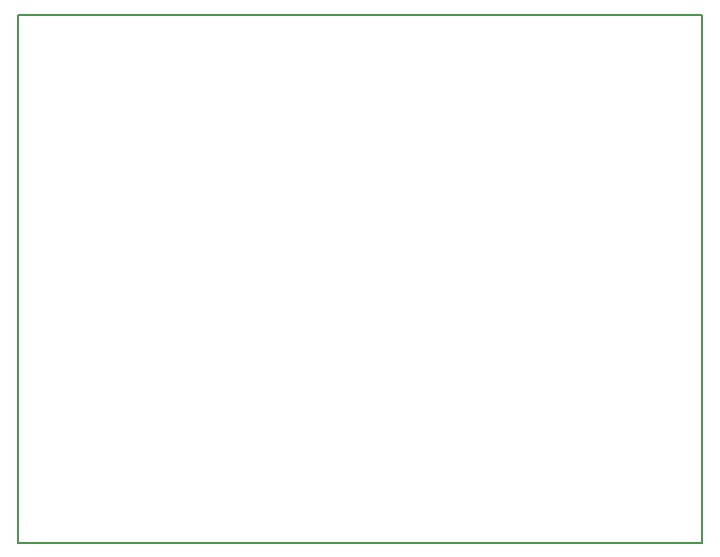
<source format=gm1>
G04 MADE WITH FRITZING*
G04 WWW.FRITZING.ORG*
G04 DOUBLE SIDED*
G04 HOLES PLATED*
G04 CONTOUR ON CENTER OF CONTOUR VECTOR*
%ASAXBY*%
%FSLAX23Y23*%
%MOIN*%
%OFA0B0*%
%SFA1.0B1.0*%
%ADD10R,2.286050X1.768360*%
%ADD11C,0.008000*%
%ADD10C,0.008*%
%LNCONTOUR*%
G90*
G70*
G54D10*
G54D11*
X4Y1764D02*
X2282Y1764D01*
X2282Y4D01*
X4Y4D01*
X4Y1764D01*
D02*
G04 End of contour*
M02*
</source>
